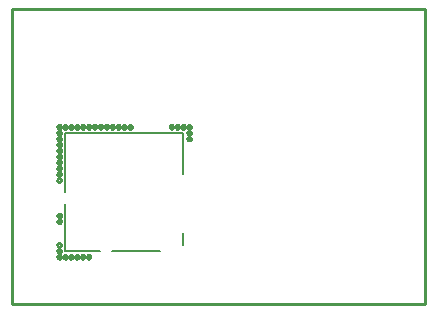
<source format=gbr>
G04 EAGLE Gerber X2 export*
%TF.Part,Single*%
%TF.FileFunction,Vcut*%
%TF.FilePolarity,Positive*%
%TF.GenerationSoftware,Autodesk,EAGLE,8.6.3*%
%TF.CreationDate,2018-03-01T00:52:03Z*%
G75*
%MOMM*%
%FSLAX34Y34*%
%LPD*%
%AMOC8*
5,1,8,0,0,1.08239X$1,22.5*%
G01*
%ADD10C,0.152400*%
%ADD11C,0.254000*%


D10*
X45000Y145000D02*
X45000Y95000D01*
X45000Y85000D02*
X45000Y45000D01*
X75000Y45000D01*
X85000Y45000D02*
X125000Y45000D01*
X145000Y50000D02*
X145000Y60000D01*
X145000Y110000D02*
X145000Y145000D01*
X45000Y145000D01*
D11*
X0Y0D02*
X350000Y0D01*
X350000Y250000D01*
X0Y250000D01*
X0Y0D01*
X41500Y144852D02*
X41442Y144562D01*
X41329Y144289D01*
X41165Y144044D01*
X40956Y143835D01*
X40711Y143671D01*
X40438Y143558D01*
X40148Y143500D01*
X39852Y143500D01*
X39562Y143558D01*
X39289Y143671D01*
X39044Y143835D01*
X38835Y144044D01*
X38671Y144289D01*
X38558Y144562D01*
X38500Y144852D01*
X38500Y145148D01*
X38558Y145438D01*
X38671Y145711D01*
X38835Y145956D01*
X39044Y146165D01*
X39289Y146329D01*
X39562Y146442D01*
X39852Y146500D01*
X40148Y146500D01*
X40438Y146442D01*
X40711Y146329D01*
X40956Y146165D01*
X41165Y145956D01*
X41329Y145711D01*
X41442Y145438D01*
X41500Y145148D01*
X41500Y144852D01*
X41500Y139852D02*
X41442Y139562D01*
X41329Y139289D01*
X41165Y139044D01*
X40956Y138835D01*
X40711Y138671D01*
X40438Y138558D01*
X40148Y138500D01*
X39852Y138500D01*
X39562Y138558D01*
X39289Y138671D01*
X39044Y138835D01*
X38835Y139044D01*
X38671Y139289D01*
X38558Y139562D01*
X38500Y139852D01*
X38500Y140148D01*
X38558Y140438D01*
X38671Y140711D01*
X38835Y140956D01*
X39044Y141165D01*
X39289Y141329D01*
X39562Y141442D01*
X39852Y141500D01*
X40148Y141500D01*
X40438Y141442D01*
X40711Y141329D01*
X40956Y141165D01*
X41165Y140956D01*
X41329Y140711D01*
X41442Y140438D01*
X41500Y140148D01*
X41500Y139852D01*
X41500Y134852D02*
X41442Y134562D01*
X41329Y134289D01*
X41165Y134044D01*
X40956Y133835D01*
X40711Y133671D01*
X40438Y133558D01*
X40148Y133500D01*
X39852Y133500D01*
X39562Y133558D01*
X39289Y133671D01*
X39044Y133835D01*
X38835Y134044D01*
X38671Y134289D01*
X38558Y134562D01*
X38500Y134852D01*
X38500Y135148D01*
X38558Y135438D01*
X38671Y135711D01*
X38835Y135956D01*
X39044Y136165D01*
X39289Y136329D01*
X39562Y136442D01*
X39852Y136500D01*
X40148Y136500D01*
X40438Y136442D01*
X40711Y136329D01*
X40956Y136165D01*
X41165Y135956D01*
X41329Y135711D01*
X41442Y135438D01*
X41500Y135148D01*
X41500Y134852D01*
X41500Y129852D02*
X41442Y129562D01*
X41329Y129289D01*
X41165Y129044D01*
X40956Y128835D01*
X40711Y128671D01*
X40438Y128558D01*
X40148Y128500D01*
X39852Y128500D01*
X39562Y128558D01*
X39289Y128671D01*
X39044Y128835D01*
X38835Y129044D01*
X38671Y129289D01*
X38558Y129562D01*
X38500Y129852D01*
X38500Y130148D01*
X38558Y130438D01*
X38671Y130711D01*
X38835Y130956D01*
X39044Y131165D01*
X39289Y131329D01*
X39562Y131442D01*
X39852Y131500D01*
X40148Y131500D01*
X40438Y131442D01*
X40711Y131329D01*
X40956Y131165D01*
X41165Y130956D01*
X41329Y130711D01*
X41442Y130438D01*
X41500Y130148D01*
X41500Y129852D01*
X41500Y124852D02*
X41442Y124562D01*
X41329Y124289D01*
X41165Y124044D01*
X40956Y123835D01*
X40711Y123671D01*
X40438Y123558D01*
X40148Y123500D01*
X39852Y123500D01*
X39562Y123558D01*
X39289Y123671D01*
X39044Y123835D01*
X38835Y124044D01*
X38671Y124289D01*
X38558Y124562D01*
X38500Y124852D01*
X38500Y125148D01*
X38558Y125438D01*
X38671Y125711D01*
X38835Y125956D01*
X39044Y126165D01*
X39289Y126329D01*
X39562Y126442D01*
X39852Y126500D01*
X40148Y126500D01*
X40438Y126442D01*
X40711Y126329D01*
X40956Y126165D01*
X41165Y125956D01*
X41329Y125711D01*
X41442Y125438D01*
X41500Y125148D01*
X41500Y124852D01*
X41500Y119852D02*
X41442Y119562D01*
X41329Y119289D01*
X41165Y119044D01*
X40956Y118835D01*
X40711Y118671D01*
X40438Y118558D01*
X40148Y118500D01*
X39852Y118500D01*
X39562Y118558D01*
X39289Y118671D01*
X39044Y118835D01*
X38835Y119044D01*
X38671Y119289D01*
X38558Y119562D01*
X38500Y119852D01*
X38500Y120148D01*
X38558Y120438D01*
X38671Y120711D01*
X38835Y120956D01*
X39044Y121165D01*
X39289Y121329D01*
X39562Y121442D01*
X39852Y121500D01*
X40148Y121500D01*
X40438Y121442D01*
X40711Y121329D01*
X40956Y121165D01*
X41165Y120956D01*
X41329Y120711D01*
X41442Y120438D01*
X41500Y120148D01*
X41500Y119852D01*
X41500Y114852D02*
X41442Y114562D01*
X41329Y114289D01*
X41165Y114044D01*
X40956Y113835D01*
X40711Y113671D01*
X40438Y113558D01*
X40148Y113500D01*
X39852Y113500D01*
X39562Y113558D01*
X39289Y113671D01*
X39044Y113835D01*
X38835Y114044D01*
X38671Y114289D01*
X38558Y114562D01*
X38500Y114852D01*
X38500Y115148D01*
X38558Y115438D01*
X38671Y115711D01*
X38835Y115956D01*
X39044Y116165D01*
X39289Y116329D01*
X39562Y116442D01*
X39852Y116500D01*
X40148Y116500D01*
X40438Y116442D01*
X40711Y116329D01*
X40956Y116165D01*
X41165Y115956D01*
X41329Y115711D01*
X41442Y115438D01*
X41500Y115148D01*
X41500Y114852D01*
X41500Y109852D02*
X41442Y109562D01*
X41329Y109289D01*
X41165Y109044D01*
X40956Y108835D01*
X40711Y108671D01*
X40438Y108558D01*
X40148Y108500D01*
X39852Y108500D01*
X39562Y108558D01*
X39289Y108671D01*
X39044Y108835D01*
X38835Y109044D01*
X38671Y109289D01*
X38558Y109562D01*
X38500Y109852D01*
X38500Y110148D01*
X38558Y110438D01*
X38671Y110711D01*
X38835Y110956D01*
X39044Y111165D01*
X39289Y111329D01*
X39562Y111442D01*
X39852Y111500D01*
X40148Y111500D01*
X40438Y111442D01*
X40711Y111329D01*
X40956Y111165D01*
X41165Y110956D01*
X41329Y110711D01*
X41442Y110438D01*
X41500Y110148D01*
X41500Y109852D01*
X41500Y104852D02*
X41442Y104562D01*
X41329Y104289D01*
X41165Y104044D01*
X40956Y103835D01*
X40711Y103671D01*
X40438Y103558D01*
X40148Y103500D01*
X39852Y103500D01*
X39562Y103558D01*
X39289Y103671D01*
X39044Y103835D01*
X38835Y104044D01*
X38671Y104289D01*
X38558Y104562D01*
X38500Y104852D01*
X38500Y105148D01*
X38558Y105438D01*
X38671Y105711D01*
X38835Y105956D01*
X39044Y106165D01*
X39289Y106329D01*
X39562Y106442D01*
X39852Y106500D01*
X40148Y106500D01*
X40438Y106442D01*
X40711Y106329D01*
X40956Y106165D01*
X41165Y105956D01*
X41329Y105711D01*
X41442Y105438D01*
X41500Y105148D01*
X41500Y104852D01*
X41500Y74852D02*
X41442Y74562D01*
X41329Y74289D01*
X41165Y74044D01*
X40956Y73835D01*
X40711Y73671D01*
X40438Y73558D01*
X40148Y73500D01*
X39852Y73500D01*
X39562Y73558D01*
X39289Y73671D01*
X39044Y73835D01*
X38835Y74044D01*
X38671Y74289D01*
X38558Y74562D01*
X38500Y74852D01*
X38500Y75148D01*
X38558Y75438D01*
X38671Y75711D01*
X38835Y75956D01*
X39044Y76165D01*
X39289Y76329D01*
X39562Y76442D01*
X39852Y76500D01*
X40148Y76500D01*
X40438Y76442D01*
X40711Y76329D01*
X40956Y76165D01*
X41165Y75956D01*
X41329Y75711D01*
X41442Y75438D01*
X41500Y75148D01*
X41500Y74852D01*
X41500Y69852D02*
X41442Y69562D01*
X41329Y69289D01*
X41165Y69044D01*
X40956Y68835D01*
X40711Y68671D01*
X40438Y68558D01*
X40148Y68500D01*
X39852Y68500D01*
X39562Y68558D01*
X39289Y68671D01*
X39044Y68835D01*
X38835Y69044D01*
X38671Y69289D01*
X38558Y69562D01*
X38500Y69852D01*
X38500Y70148D01*
X38558Y70438D01*
X38671Y70711D01*
X38835Y70956D01*
X39044Y71165D01*
X39289Y71329D01*
X39562Y71442D01*
X39852Y71500D01*
X40148Y71500D01*
X40438Y71442D01*
X40711Y71329D01*
X40956Y71165D01*
X41165Y70956D01*
X41329Y70711D01*
X41442Y70438D01*
X41500Y70148D01*
X41500Y69852D01*
X41500Y49852D02*
X41442Y49562D01*
X41329Y49289D01*
X41165Y49044D01*
X40956Y48835D01*
X40711Y48671D01*
X40438Y48558D01*
X40148Y48500D01*
X39852Y48500D01*
X39562Y48558D01*
X39289Y48671D01*
X39044Y48835D01*
X38835Y49044D01*
X38671Y49289D01*
X38558Y49562D01*
X38500Y49852D01*
X38500Y50148D01*
X38558Y50438D01*
X38671Y50711D01*
X38835Y50956D01*
X39044Y51165D01*
X39289Y51329D01*
X39562Y51442D01*
X39852Y51500D01*
X40148Y51500D01*
X40438Y51442D01*
X40711Y51329D01*
X40956Y51165D01*
X41165Y50956D01*
X41329Y50711D01*
X41442Y50438D01*
X41500Y50148D01*
X41500Y49852D01*
X41500Y44852D02*
X41442Y44562D01*
X41329Y44289D01*
X41165Y44044D01*
X40956Y43835D01*
X40711Y43671D01*
X40438Y43558D01*
X40148Y43500D01*
X39852Y43500D01*
X39562Y43558D01*
X39289Y43671D01*
X39044Y43835D01*
X38835Y44044D01*
X38671Y44289D01*
X38558Y44562D01*
X38500Y44852D01*
X38500Y45148D01*
X38558Y45438D01*
X38671Y45711D01*
X38835Y45956D01*
X39044Y46165D01*
X39289Y46329D01*
X39562Y46442D01*
X39852Y46500D01*
X40148Y46500D01*
X40438Y46442D01*
X40711Y46329D01*
X40956Y46165D01*
X41165Y45956D01*
X41329Y45711D01*
X41442Y45438D01*
X41500Y45148D01*
X41500Y44852D01*
X41500Y39852D02*
X41442Y39562D01*
X41329Y39289D01*
X41165Y39044D01*
X40956Y38835D01*
X40711Y38671D01*
X40438Y38558D01*
X40148Y38500D01*
X39852Y38500D01*
X39562Y38558D01*
X39289Y38671D01*
X39044Y38835D01*
X38835Y39044D01*
X38671Y39289D01*
X38558Y39562D01*
X38500Y39852D01*
X38500Y40148D01*
X38558Y40438D01*
X38671Y40711D01*
X38835Y40956D01*
X39044Y41165D01*
X39289Y41329D01*
X39562Y41442D01*
X39852Y41500D01*
X40148Y41500D01*
X40438Y41442D01*
X40711Y41329D01*
X40956Y41165D01*
X41165Y40956D01*
X41329Y40711D01*
X41442Y40438D01*
X41500Y40148D01*
X41500Y39852D01*
X46500Y39852D02*
X46442Y39562D01*
X46329Y39289D01*
X46165Y39044D01*
X45956Y38835D01*
X45711Y38671D01*
X45438Y38558D01*
X45148Y38500D01*
X44852Y38500D01*
X44562Y38558D01*
X44289Y38671D01*
X44044Y38835D01*
X43835Y39044D01*
X43671Y39289D01*
X43558Y39562D01*
X43500Y39852D01*
X43500Y40148D01*
X43558Y40438D01*
X43671Y40711D01*
X43835Y40956D01*
X44044Y41165D01*
X44289Y41329D01*
X44562Y41442D01*
X44852Y41500D01*
X45148Y41500D01*
X45438Y41442D01*
X45711Y41329D01*
X45956Y41165D01*
X46165Y40956D01*
X46329Y40711D01*
X46442Y40438D01*
X46500Y40148D01*
X46500Y39852D01*
X51500Y39852D02*
X51442Y39562D01*
X51329Y39289D01*
X51165Y39044D01*
X50956Y38835D01*
X50711Y38671D01*
X50438Y38558D01*
X50148Y38500D01*
X49852Y38500D01*
X49562Y38558D01*
X49289Y38671D01*
X49044Y38835D01*
X48835Y39044D01*
X48671Y39289D01*
X48558Y39562D01*
X48500Y39852D01*
X48500Y40148D01*
X48558Y40438D01*
X48671Y40711D01*
X48835Y40956D01*
X49044Y41165D01*
X49289Y41329D01*
X49562Y41442D01*
X49852Y41500D01*
X50148Y41500D01*
X50438Y41442D01*
X50711Y41329D01*
X50956Y41165D01*
X51165Y40956D01*
X51329Y40711D01*
X51442Y40438D01*
X51500Y40148D01*
X51500Y39852D01*
X56500Y39852D02*
X56442Y39562D01*
X56329Y39289D01*
X56165Y39044D01*
X55956Y38835D01*
X55711Y38671D01*
X55438Y38558D01*
X55148Y38500D01*
X54852Y38500D01*
X54562Y38558D01*
X54289Y38671D01*
X54044Y38835D01*
X53835Y39044D01*
X53671Y39289D01*
X53558Y39562D01*
X53500Y39852D01*
X53500Y40148D01*
X53558Y40438D01*
X53671Y40711D01*
X53835Y40956D01*
X54044Y41165D01*
X54289Y41329D01*
X54562Y41442D01*
X54852Y41500D01*
X55148Y41500D01*
X55438Y41442D01*
X55711Y41329D01*
X55956Y41165D01*
X56165Y40956D01*
X56329Y40711D01*
X56442Y40438D01*
X56500Y40148D01*
X56500Y39852D01*
X61500Y39852D02*
X61442Y39562D01*
X61329Y39289D01*
X61165Y39044D01*
X60956Y38835D01*
X60711Y38671D01*
X60438Y38558D01*
X60148Y38500D01*
X59852Y38500D01*
X59562Y38558D01*
X59289Y38671D01*
X59044Y38835D01*
X58835Y39044D01*
X58671Y39289D01*
X58558Y39562D01*
X58500Y39852D01*
X58500Y40148D01*
X58558Y40438D01*
X58671Y40711D01*
X58835Y40956D01*
X59044Y41165D01*
X59289Y41329D01*
X59562Y41442D01*
X59852Y41500D01*
X60148Y41500D01*
X60438Y41442D01*
X60711Y41329D01*
X60956Y41165D01*
X61165Y40956D01*
X61329Y40711D01*
X61442Y40438D01*
X61500Y40148D01*
X61500Y39852D01*
X66500Y39852D02*
X66442Y39562D01*
X66329Y39289D01*
X66165Y39044D01*
X65956Y38835D01*
X65711Y38671D01*
X65438Y38558D01*
X65148Y38500D01*
X64852Y38500D01*
X64562Y38558D01*
X64289Y38671D01*
X64044Y38835D01*
X63835Y39044D01*
X63671Y39289D01*
X63558Y39562D01*
X63500Y39852D01*
X63500Y40148D01*
X63558Y40438D01*
X63671Y40711D01*
X63835Y40956D01*
X64044Y41165D01*
X64289Y41329D01*
X64562Y41442D01*
X64852Y41500D01*
X65148Y41500D01*
X65438Y41442D01*
X65711Y41329D01*
X65956Y41165D01*
X66165Y40956D01*
X66329Y40711D01*
X66442Y40438D01*
X66500Y40148D01*
X66500Y39852D01*
X41500Y149852D02*
X41442Y149562D01*
X41329Y149289D01*
X41165Y149044D01*
X40956Y148835D01*
X40711Y148671D01*
X40438Y148558D01*
X40148Y148500D01*
X39852Y148500D01*
X39562Y148558D01*
X39289Y148671D01*
X39044Y148835D01*
X38835Y149044D01*
X38671Y149289D01*
X38558Y149562D01*
X38500Y149852D01*
X38500Y150148D01*
X38558Y150438D01*
X38671Y150711D01*
X38835Y150956D01*
X39044Y151165D01*
X39289Y151329D01*
X39562Y151442D01*
X39852Y151500D01*
X40148Y151500D01*
X40438Y151442D01*
X40711Y151329D01*
X40956Y151165D01*
X41165Y150956D01*
X41329Y150711D01*
X41442Y150438D01*
X41500Y150148D01*
X41500Y149852D01*
X46500Y149852D02*
X46442Y149562D01*
X46329Y149289D01*
X46165Y149044D01*
X45956Y148835D01*
X45711Y148671D01*
X45438Y148558D01*
X45148Y148500D01*
X44852Y148500D01*
X44562Y148558D01*
X44289Y148671D01*
X44044Y148835D01*
X43835Y149044D01*
X43671Y149289D01*
X43558Y149562D01*
X43500Y149852D01*
X43500Y150148D01*
X43558Y150438D01*
X43671Y150711D01*
X43835Y150956D01*
X44044Y151165D01*
X44289Y151329D01*
X44562Y151442D01*
X44852Y151500D01*
X45148Y151500D01*
X45438Y151442D01*
X45711Y151329D01*
X45956Y151165D01*
X46165Y150956D01*
X46329Y150711D01*
X46442Y150438D01*
X46500Y150148D01*
X46500Y149852D01*
X51500Y149852D02*
X51442Y149562D01*
X51329Y149289D01*
X51165Y149044D01*
X50956Y148835D01*
X50711Y148671D01*
X50438Y148558D01*
X50148Y148500D01*
X49852Y148500D01*
X49562Y148558D01*
X49289Y148671D01*
X49044Y148835D01*
X48835Y149044D01*
X48671Y149289D01*
X48558Y149562D01*
X48500Y149852D01*
X48500Y150148D01*
X48558Y150438D01*
X48671Y150711D01*
X48835Y150956D01*
X49044Y151165D01*
X49289Y151329D01*
X49562Y151442D01*
X49852Y151500D01*
X50148Y151500D01*
X50438Y151442D01*
X50711Y151329D01*
X50956Y151165D01*
X51165Y150956D01*
X51329Y150711D01*
X51442Y150438D01*
X51500Y150148D01*
X51500Y149852D01*
X56500Y149852D02*
X56442Y149562D01*
X56329Y149289D01*
X56165Y149044D01*
X55956Y148835D01*
X55711Y148671D01*
X55438Y148558D01*
X55148Y148500D01*
X54852Y148500D01*
X54562Y148558D01*
X54289Y148671D01*
X54044Y148835D01*
X53835Y149044D01*
X53671Y149289D01*
X53558Y149562D01*
X53500Y149852D01*
X53500Y150148D01*
X53558Y150438D01*
X53671Y150711D01*
X53835Y150956D01*
X54044Y151165D01*
X54289Y151329D01*
X54562Y151442D01*
X54852Y151500D01*
X55148Y151500D01*
X55438Y151442D01*
X55711Y151329D01*
X55956Y151165D01*
X56165Y150956D01*
X56329Y150711D01*
X56442Y150438D01*
X56500Y150148D01*
X56500Y149852D01*
X61500Y149852D02*
X61442Y149562D01*
X61329Y149289D01*
X61165Y149044D01*
X60956Y148835D01*
X60711Y148671D01*
X60438Y148558D01*
X60148Y148500D01*
X59852Y148500D01*
X59562Y148558D01*
X59289Y148671D01*
X59044Y148835D01*
X58835Y149044D01*
X58671Y149289D01*
X58558Y149562D01*
X58500Y149852D01*
X58500Y150148D01*
X58558Y150438D01*
X58671Y150711D01*
X58835Y150956D01*
X59044Y151165D01*
X59289Y151329D01*
X59562Y151442D01*
X59852Y151500D01*
X60148Y151500D01*
X60438Y151442D01*
X60711Y151329D01*
X60956Y151165D01*
X61165Y150956D01*
X61329Y150711D01*
X61442Y150438D01*
X61500Y150148D01*
X61500Y149852D01*
X66500Y149852D02*
X66442Y149562D01*
X66329Y149289D01*
X66165Y149044D01*
X65956Y148835D01*
X65711Y148671D01*
X65438Y148558D01*
X65148Y148500D01*
X64852Y148500D01*
X64562Y148558D01*
X64289Y148671D01*
X64044Y148835D01*
X63835Y149044D01*
X63671Y149289D01*
X63558Y149562D01*
X63500Y149852D01*
X63500Y150148D01*
X63558Y150438D01*
X63671Y150711D01*
X63835Y150956D01*
X64044Y151165D01*
X64289Y151329D01*
X64562Y151442D01*
X64852Y151500D01*
X65148Y151500D01*
X65438Y151442D01*
X65711Y151329D01*
X65956Y151165D01*
X66165Y150956D01*
X66329Y150711D01*
X66442Y150438D01*
X66500Y150148D01*
X66500Y149852D01*
X71500Y149852D02*
X71442Y149562D01*
X71329Y149289D01*
X71165Y149044D01*
X70956Y148835D01*
X70711Y148671D01*
X70438Y148558D01*
X70148Y148500D01*
X69852Y148500D01*
X69562Y148558D01*
X69289Y148671D01*
X69044Y148835D01*
X68835Y149044D01*
X68671Y149289D01*
X68558Y149562D01*
X68500Y149852D01*
X68500Y150148D01*
X68558Y150438D01*
X68671Y150711D01*
X68835Y150956D01*
X69044Y151165D01*
X69289Y151329D01*
X69562Y151442D01*
X69852Y151500D01*
X70148Y151500D01*
X70438Y151442D01*
X70711Y151329D01*
X70956Y151165D01*
X71165Y150956D01*
X71329Y150711D01*
X71442Y150438D01*
X71500Y150148D01*
X71500Y149852D01*
X76500Y149852D02*
X76442Y149562D01*
X76329Y149289D01*
X76165Y149044D01*
X75956Y148835D01*
X75711Y148671D01*
X75438Y148558D01*
X75148Y148500D01*
X74852Y148500D01*
X74562Y148558D01*
X74289Y148671D01*
X74044Y148835D01*
X73835Y149044D01*
X73671Y149289D01*
X73558Y149562D01*
X73500Y149852D01*
X73500Y150148D01*
X73558Y150438D01*
X73671Y150711D01*
X73835Y150956D01*
X74044Y151165D01*
X74289Y151329D01*
X74562Y151442D01*
X74852Y151500D01*
X75148Y151500D01*
X75438Y151442D01*
X75711Y151329D01*
X75956Y151165D01*
X76165Y150956D01*
X76329Y150711D01*
X76442Y150438D01*
X76500Y150148D01*
X76500Y149852D01*
X81500Y149852D02*
X81442Y149562D01*
X81329Y149289D01*
X81165Y149044D01*
X80956Y148835D01*
X80711Y148671D01*
X80438Y148558D01*
X80148Y148500D01*
X79852Y148500D01*
X79562Y148558D01*
X79289Y148671D01*
X79044Y148835D01*
X78835Y149044D01*
X78671Y149289D01*
X78558Y149562D01*
X78500Y149852D01*
X78500Y150148D01*
X78558Y150438D01*
X78671Y150711D01*
X78835Y150956D01*
X79044Y151165D01*
X79289Y151329D01*
X79562Y151442D01*
X79852Y151500D01*
X80148Y151500D01*
X80438Y151442D01*
X80711Y151329D01*
X80956Y151165D01*
X81165Y150956D01*
X81329Y150711D01*
X81442Y150438D01*
X81500Y150148D01*
X81500Y149852D01*
X86500Y149852D02*
X86442Y149562D01*
X86329Y149289D01*
X86165Y149044D01*
X85956Y148835D01*
X85711Y148671D01*
X85438Y148558D01*
X85148Y148500D01*
X84852Y148500D01*
X84562Y148558D01*
X84289Y148671D01*
X84044Y148835D01*
X83835Y149044D01*
X83671Y149289D01*
X83558Y149562D01*
X83500Y149852D01*
X83500Y150148D01*
X83558Y150438D01*
X83671Y150711D01*
X83835Y150956D01*
X84044Y151165D01*
X84289Y151329D01*
X84562Y151442D01*
X84852Y151500D01*
X85148Y151500D01*
X85438Y151442D01*
X85711Y151329D01*
X85956Y151165D01*
X86165Y150956D01*
X86329Y150711D01*
X86442Y150438D01*
X86500Y150148D01*
X86500Y149852D01*
X91500Y149852D02*
X91442Y149562D01*
X91329Y149289D01*
X91165Y149044D01*
X90956Y148835D01*
X90711Y148671D01*
X90438Y148558D01*
X90148Y148500D01*
X89852Y148500D01*
X89562Y148558D01*
X89289Y148671D01*
X89044Y148835D01*
X88835Y149044D01*
X88671Y149289D01*
X88558Y149562D01*
X88500Y149852D01*
X88500Y150148D01*
X88558Y150438D01*
X88671Y150711D01*
X88835Y150956D01*
X89044Y151165D01*
X89289Y151329D01*
X89562Y151442D01*
X89852Y151500D01*
X90148Y151500D01*
X90438Y151442D01*
X90711Y151329D01*
X90956Y151165D01*
X91165Y150956D01*
X91329Y150711D01*
X91442Y150438D01*
X91500Y150148D01*
X91500Y149852D01*
X96500Y149852D02*
X96442Y149562D01*
X96329Y149289D01*
X96165Y149044D01*
X95956Y148835D01*
X95711Y148671D01*
X95438Y148558D01*
X95148Y148500D01*
X94852Y148500D01*
X94562Y148558D01*
X94289Y148671D01*
X94044Y148835D01*
X93835Y149044D01*
X93671Y149289D01*
X93558Y149562D01*
X93500Y149852D01*
X93500Y150148D01*
X93558Y150438D01*
X93671Y150711D01*
X93835Y150956D01*
X94044Y151165D01*
X94289Y151329D01*
X94562Y151442D01*
X94852Y151500D01*
X95148Y151500D01*
X95438Y151442D01*
X95711Y151329D01*
X95956Y151165D01*
X96165Y150956D01*
X96329Y150711D01*
X96442Y150438D01*
X96500Y150148D01*
X96500Y149852D01*
X101500Y149852D02*
X101442Y149562D01*
X101329Y149289D01*
X101165Y149044D01*
X100956Y148835D01*
X100711Y148671D01*
X100438Y148558D01*
X100148Y148500D01*
X99852Y148500D01*
X99562Y148558D01*
X99289Y148671D01*
X99044Y148835D01*
X98835Y149044D01*
X98671Y149289D01*
X98558Y149562D01*
X98500Y149852D01*
X98500Y150148D01*
X98558Y150438D01*
X98671Y150711D01*
X98835Y150956D01*
X99044Y151165D01*
X99289Y151329D01*
X99562Y151442D01*
X99852Y151500D01*
X100148Y151500D01*
X100438Y151442D01*
X100711Y151329D01*
X100956Y151165D01*
X101165Y150956D01*
X101329Y150711D01*
X101442Y150438D01*
X101500Y150148D01*
X101500Y149852D01*
X136500Y149852D02*
X136442Y149562D01*
X136329Y149289D01*
X136165Y149044D01*
X135956Y148835D01*
X135711Y148671D01*
X135438Y148558D01*
X135148Y148500D01*
X134852Y148500D01*
X134562Y148558D01*
X134289Y148671D01*
X134044Y148835D01*
X133835Y149044D01*
X133671Y149289D01*
X133558Y149562D01*
X133500Y149852D01*
X133500Y150148D01*
X133558Y150438D01*
X133671Y150711D01*
X133835Y150956D01*
X134044Y151165D01*
X134289Y151329D01*
X134562Y151442D01*
X134852Y151500D01*
X135148Y151500D01*
X135438Y151442D01*
X135711Y151329D01*
X135956Y151165D01*
X136165Y150956D01*
X136329Y150711D01*
X136442Y150438D01*
X136500Y150148D01*
X136500Y149852D01*
X141500Y149852D02*
X141442Y149562D01*
X141329Y149289D01*
X141165Y149044D01*
X140956Y148835D01*
X140711Y148671D01*
X140438Y148558D01*
X140148Y148500D01*
X139852Y148500D01*
X139562Y148558D01*
X139289Y148671D01*
X139044Y148835D01*
X138835Y149044D01*
X138671Y149289D01*
X138558Y149562D01*
X138500Y149852D01*
X138500Y150148D01*
X138558Y150438D01*
X138671Y150711D01*
X138835Y150956D01*
X139044Y151165D01*
X139289Y151329D01*
X139562Y151442D01*
X139852Y151500D01*
X140148Y151500D01*
X140438Y151442D01*
X140711Y151329D01*
X140956Y151165D01*
X141165Y150956D01*
X141329Y150711D01*
X141442Y150438D01*
X141500Y150148D01*
X141500Y149852D01*
X146500Y149852D02*
X146442Y149562D01*
X146329Y149289D01*
X146165Y149044D01*
X145956Y148835D01*
X145711Y148671D01*
X145438Y148558D01*
X145148Y148500D01*
X144852Y148500D01*
X144562Y148558D01*
X144289Y148671D01*
X144044Y148835D01*
X143835Y149044D01*
X143671Y149289D01*
X143558Y149562D01*
X143500Y149852D01*
X143500Y150148D01*
X143558Y150438D01*
X143671Y150711D01*
X143835Y150956D01*
X144044Y151165D01*
X144289Y151329D01*
X144562Y151442D01*
X144852Y151500D01*
X145148Y151500D01*
X145438Y151442D01*
X145711Y151329D01*
X145956Y151165D01*
X146165Y150956D01*
X146329Y150711D01*
X146442Y150438D01*
X146500Y150148D01*
X146500Y149852D01*
X151500Y149852D02*
X151442Y149562D01*
X151329Y149289D01*
X151165Y149044D01*
X150956Y148835D01*
X150711Y148671D01*
X150438Y148558D01*
X150148Y148500D01*
X149852Y148500D01*
X149562Y148558D01*
X149289Y148671D01*
X149044Y148835D01*
X148835Y149044D01*
X148671Y149289D01*
X148558Y149562D01*
X148500Y149852D01*
X148500Y150148D01*
X148558Y150438D01*
X148671Y150711D01*
X148835Y150956D01*
X149044Y151165D01*
X149289Y151329D01*
X149562Y151442D01*
X149852Y151500D01*
X150148Y151500D01*
X150438Y151442D01*
X150711Y151329D01*
X150956Y151165D01*
X151165Y150956D01*
X151329Y150711D01*
X151442Y150438D01*
X151500Y150148D01*
X151500Y149852D01*
X151500Y144852D02*
X151442Y144562D01*
X151329Y144289D01*
X151165Y144044D01*
X150956Y143835D01*
X150711Y143671D01*
X150438Y143558D01*
X150148Y143500D01*
X149852Y143500D01*
X149562Y143558D01*
X149289Y143671D01*
X149044Y143835D01*
X148835Y144044D01*
X148671Y144289D01*
X148558Y144562D01*
X148500Y144852D01*
X148500Y145148D01*
X148558Y145438D01*
X148671Y145711D01*
X148835Y145956D01*
X149044Y146165D01*
X149289Y146329D01*
X149562Y146442D01*
X149852Y146500D01*
X150148Y146500D01*
X150438Y146442D01*
X150711Y146329D01*
X150956Y146165D01*
X151165Y145956D01*
X151329Y145711D01*
X151442Y145438D01*
X151500Y145148D01*
X151500Y144852D01*
X151500Y139852D02*
X151442Y139562D01*
X151329Y139289D01*
X151165Y139044D01*
X150956Y138835D01*
X150711Y138671D01*
X150438Y138558D01*
X150148Y138500D01*
X149852Y138500D01*
X149562Y138558D01*
X149289Y138671D01*
X149044Y138835D01*
X148835Y139044D01*
X148671Y139289D01*
X148558Y139562D01*
X148500Y139852D01*
X148500Y140148D01*
X148558Y140438D01*
X148671Y140711D01*
X148835Y140956D01*
X149044Y141165D01*
X149289Y141329D01*
X149562Y141442D01*
X149852Y141500D01*
X150148Y141500D01*
X150438Y141442D01*
X150711Y141329D01*
X150956Y141165D01*
X151165Y140956D01*
X151329Y140711D01*
X151442Y140438D01*
X151500Y140148D01*
X151500Y139852D01*
X41500Y144852D02*
X41442Y144562D01*
X41329Y144289D01*
X41165Y144044D01*
X40956Y143835D01*
X40711Y143671D01*
X40438Y143558D01*
X40148Y143500D01*
X39852Y143500D01*
X39562Y143558D01*
X39289Y143671D01*
X39044Y143835D01*
X38835Y144044D01*
X38671Y144289D01*
X38558Y144562D01*
X38500Y144852D01*
X38500Y145148D01*
X38558Y145438D01*
X38671Y145711D01*
X38835Y145956D01*
X39044Y146165D01*
X39289Y146329D01*
X39562Y146442D01*
X39852Y146500D01*
X40148Y146500D01*
X40438Y146442D01*
X40711Y146329D01*
X40956Y146165D01*
X41165Y145956D01*
X41329Y145711D01*
X41442Y145438D01*
X41500Y145148D01*
X41500Y144852D01*
X41500Y139852D02*
X41442Y139562D01*
X41329Y139289D01*
X41165Y139044D01*
X40956Y138835D01*
X40711Y138671D01*
X40438Y138558D01*
X40148Y138500D01*
X39852Y138500D01*
X39562Y138558D01*
X39289Y138671D01*
X39044Y138835D01*
X38835Y139044D01*
X38671Y139289D01*
X38558Y139562D01*
X38500Y139852D01*
X38500Y140148D01*
X38558Y140438D01*
X38671Y140711D01*
X38835Y140956D01*
X39044Y141165D01*
X39289Y141329D01*
X39562Y141442D01*
X39852Y141500D01*
X40148Y141500D01*
X40438Y141442D01*
X40711Y141329D01*
X40956Y141165D01*
X41165Y140956D01*
X41329Y140711D01*
X41442Y140438D01*
X41500Y140148D01*
X41500Y139852D01*
X41500Y134852D02*
X41442Y134562D01*
X41329Y134289D01*
X41165Y134044D01*
X40956Y133835D01*
X40711Y133671D01*
X40438Y133558D01*
X40148Y133500D01*
X39852Y133500D01*
X39562Y133558D01*
X39289Y133671D01*
X39044Y133835D01*
X38835Y134044D01*
X38671Y134289D01*
X38558Y134562D01*
X38500Y134852D01*
X38500Y135148D01*
X38558Y135438D01*
X38671Y135711D01*
X38835Y135956D01*
X39044Y136165D01*
X39289Y136329D01*
X39562Y136442D01*
X39852Y136500D01*
X40148Y136500D01*
X40438Y136442D01*
X40711Y136329D01*
X40956Y136165D01*
X41165Y135956D01*
X41329Y135711D01*
X41442Y135438D01*
X41500Y135148D01*
X41500Y134852D01*
X41500Y129852D02*
X41442Y129562D01*
X41329Y129289D01*
X41165Y129044D01*
X40956Y128835D01*
X40711Y128671D01*
X40438Y128558D01*
X40148Y128500D01*
X39852Y128500D01*
X39562Y128558D01*
X39289Y128671D01*
X39044Y128835D01*
X38835Y129044D01*
X38671Y129289D01*
X38558Y129562D01*
X38500Y129852D01*
X38500Y130148D01*
X38558Y130438D01*
X38671Y130711D01*
X38835Y130956D01*
X39044Y131165D01*
X39289Y131329D01*
X39562Y131442D01*
X39852Y131500D01*
X40148Y131500D01*
X40438Y131442D01*
X40711Y131329D01*
X40956Y131165D01*
X41165Y130956D01*
X41329Y130711D01*
X41442Y130438D01*
X41500Y130148D01*
X41500Y129852D01*
X41500Y124852D02*
X41442Y124562D01*
X41329Y124289D01*
X41165Y124044D01*
X40956Y123835D01*
X40711Y123671D01*
X40438Y123558D01*
X40148Y123500D01*
X39852Y123500D01*
X39562Y123558D01*
X39289Y123671D01*
X39044Y123835D01*
X38835Y124044D01*
X38671Y124289D01*
X38558Y124562D01*
X38500Y124852D01*
X38500Y125148D01*
X38558Y125438D01*
X38671Y125711D01*
X38835Y125956D01*
X39044Y126165D01*
X39289Y126329D01*
X39562Y126442D01*
X39852Y126500D01*
X40148Y126500D01*
X40438Y126442D01*
X40711Y126329D01*
X40956Y126165D01*
X41165Y125956D01*
X41329Y125711D01*
X41442Y125438D01*
X41500Y125148D01*
X41500Y124852D01*
X41500Y119852D02*
X41442Y119562D01*
X41329Y119289D01*
X41165Y119044D01*
X40956Y118835D01*
X40711Y118671D01*
X40438Y118558D01*
X40148Y118500D01*
X39852Y118500D01*
X39562Y118558D01*
X39289Y118671D01*
X39044Y118835D01*
X38835Y119044D01*
X38671Y119289D01*
X38558Y119562D01*
X38500Y119852D01*
X38500Y120148D01*
X38558Y120438D01*
X38671Y120711D01*
X38835Y120956D01*
X39044Y121165D01*
X39289Y121329D01*
X39562Y121442D01*
X39852Y121500D01*
X40148Y121500D01*
X40438Y121442D01*
X40711Y121329D01*
X40956Y121165D01*
X41165Y120956D01*
X41329Y120711D01*
X41442Y120438D01*
X41500Y120148D01*
X41500Y119852D01*
X41500Y114852D02*
X41442Y114562D01*
X41329Y114289D01*
X41165Y114044D01*
X40956Y113835D01*
X40711Y113671D01*
X40438Y113558D01*
X40148Y113500D01*
X39852Y113500D01*
X39562Y113558D01*
X39289Y113671D01*
X39044Y113835D01*
X38835Y114044D01*
X38671Y114289D01*
X38558Y114562D01*
X38500Y114852D01*
X38500Y115148D01*
X38558Y115438D01*
X38671Y115711D01*
X38835Y115956D01*
X39044Y116165D01*
X39289Y116329D01*
X39562Y116442D01*
X39852Y116500D01*
X40148Y116500D01*
X40438Y116442D01*
X40711Y116329D01*
X40956Y116165D01*
X41165Y115956D01*
X41329Y115711D01*
X41442Y115438D01*
X41500Y115148D01*
X41500Y114852D01*
X41500Y109852D02*
X41442Y109562D01*
X41329Y109289D01*
X41165Y109044D01*
X40956Y108835D01*
X40711Y108671D01*
X40438Y108558D01*
X40148Y108500D01*
X39852Y108500D01*
X39562Y108558D01*
X39289Y108671D01*
X39044Y108835D01*
X38835Y109044D01*
X38671Y109289D01*
X38558Y109562D01*
X38500Y109852D01*
X38500Y110148D01*
X38558Y110438D01*
X38671Y110711D01*
X38835Y110956D01*
X39044Y111165D01*
X39289Y111329D01*
X39562Y111442D01*
X39852Y111500D01*
X40148Y111500D01*
X40438Y111442D01*
X40711Y111329D01*
X40956Y111165D01*
X41165Y110956D01*
X41329Y110711D01*
X41442Y110438D01*
X41500Y110148D01*
X41500Y109852D01*
X41500Y104852D02*
X41442Y104562D01*
X41329Y104289D01*
X41165Y104044D01*
X40956Y103835D01*
X40711Y103671D01*
X40438Y103558D01*
X40148Y103500D01*
X39852Y103500D01*
X39562Y103558D01*
X39289Y103671D01*
X39044Y103835D01*
X38835Y104044D01*
X38671Y104289D01*
X38558Y104562D01*
X38500Y104852D01*
X38500Y105148D01*
X38558Y105438D01*
X38671Y105711D01*
X38835Y105956D01*
X39044Y106165D01*
X39289Y106329D01*
X39562Y106442D01*
X39852Y106500D01*
X40148Y106500D01*
X40438Y106442D01*
X40711Y106329D01*
X40956Y106165D01*
X41165Y105956D01*
X41329Y105711D01*
X41442Y105438D01*
X41500Y105148D01*
X41500Y104852D01*
X41500Y74852D02*
X41442Y74562D01*
X41329Y74289D01*
X41165Y74044D01*
X40956Y73835D01*
X40711Y73671D01*
X40438Y73558D01*
X40148Y73500D01*
X39852Y73500D01*
X39562Y73558D01*
X39289Y73671D01*
X39044Y73835D01*
X38835Y74044D01*
X38671Y74289D01*
X38558Y74562D01*
X38500Y74852D01*
X38500Y75148D01*
X38558Y75438D01*
X38671Y75711D01*
X38835Y75956D01*
X39044Y76165D01*
X39289Y76329D01*
X39562Y76442D01*
X39852Y76500D01*
X40148Y76500D01*
X40438Y76442D01*
X40711Y76329D01*
X40956Y76165D01*
X41165Y75956D01*
X41329Y75711D01*
X41442Y75438D01*
X41500Y75148D01*
X41500Y74852D01*
X41500Y69852D02*
X41442Y69562D01*
X41329Y69289D01*
X41165Y69044D01*
X40956Y68835D01*
X40711Y68671D01*
X40438Y68558D01*
X40148Y68500D01*
X39852Y68500D01*
X39562Y68558D01*
X39289Y68671D01*
X39044Y68835D01*
X38835Y69044D01*
X38671Y69289D01*
X38558Y69562D01*
X38500Y69852D01*
X38500Y70148D01*
X38558Y70438D01*
X38671Y70711D01*
X38835Y70956D01*
X39044Y71165D01*
X39289Y71329D01*
X39562Y71442D01*
X39852Y71500D01*
X40148Y71500D01*
X40438Y71442D01*
X40711Y71329D01*
X40956Y71165D01*
X41165Y70956D01*
X41329Y70711D01*
X41442Y70438D01*
X41500Y70148D01*
X41500Y69852D01*
X41500Y49852D02*
X41442Y49562D01*
X41329Y49289D01*
X41165Y49044D01*
X40956Y48835D01*
X40711Y48671D01*
X40438Y48558D01*
X40148Y48500D01*
X39852Y48500D01*
X39562Y48558D01*
X39289Y48671D01*
X39044Y48835D01*
X38835Y49044D01*
X38671Y49289D01*
X38558Y49562D01*
X38500Y49852D01*
X38500Y50148D01*
X38558Y50438D01*
X38671Y50711D01*
X38835Y50956D01*
X39044Y51165D01*
X39289Y51329D01*
X39562Y51442D01*
X39852Y51500D01*
X40148Y51500D01*
X40438Y51442D01*
X40711Y51329D01*
X40956Y51165D01*
X41165Y50956D01*
X41329Y50711D01*
X41442Y50438D01*
X41500Y50148D01*
X41500Y49852D01*
X41500Y44852D02*
X41442Y44562D01*
X41329Y44289D01*
X41165Y44044D01*
X40956Y43835D01*
X40711Y43671D01*
X40438Y43558D01*
X40148Y43500D01*
X39852Y43500D01*
X39562Y43558D01*
X39289Y43671D01*
X39044Y43835D01*
X38835Y44044D01*
X38671Y44289D01*
X38558Y44562D01*
X38500Y44852D01*
X38500Y45148D01*
X38558Y45438D01*
X38671Y45711D01*
X38835Y45956D01*
X39044Y46165D01*
X39289Y46329D01*
X39562Y46442D01*
X39852Y46500D01*
X40148Y46500D01*
X40438Y46442D01*
X40711Y46329D01*
X40956Y46165D01*
X41165Y45956D01*
X41329Y45711D01*
X41442Y45438D01*
X41500Y45148D01*
X41500Y44852D01*
X41500Y39852D02*
X41442Y39562D01*
X41329Y39289D01*
X41165Y39044D01*
X40956Y38835D01*
X40711Y38671D01*
X40438Y38558D01*
X40148Y38500D01*
X39852Y38500D01*
X39562Y38558D01*
X39289Y38671D01*
X39044Y38835D01*
X38835Y39044D01*
X38671Y39289D01*
X38558Y39562D01*
X38500Y39852D01*
X38500Y40148D01*
X38558Y40438D01*
X38671Y40711D01*
X38835Y40956D01*
X39044Y41165D01*
X39289Y41329D01*
X39562Y41442D01*
X39852Y41500D01*
X40148Y41500D01*
X40438Y41442D01*
X40711Y41329D01*
X40956Y41165D01*
X41165Y40956D01*
X41329Y40711D01*
X41442Y40438D01*
X41500Y40148D01*
X41500Y39852D01*
X46500Y39852D02*
X46442Y39562D01*
X46329Y39289D01*
X46165Y39044D01*
X45956Y38835D01*
X45711Y38671D01*
X45438Y38558D01*
X45148Y38500D01*
X44852Y38500D01*
X44562Y38558D01*
X44289Y38671D01*
X44044Y38835D01*
X43835Y39044D01*
X43671Y39289D01*
X43558Y39562D01*
X43500Y39852D01*
X43500Y40148D01*
X43558Y40438D01*
X43671Y40711D01*
X43835Y40956D01*
X44044Y41165D01*
X44289Y41329D01*
X44562Y41442D01*
X44852Y41500D01*
X45148Y41500D01*
X45438Y41442D01*
X45711Y41329D01*
X45956Y41165D01*
X46165Y40956D01*
X46329Y40711D01*
X46442Y40438D01*
X46500Y40148D01*
X46500Y39852D01*
X51500Y39852D02*
X51442Y39562D01*
X51329Y39289D01*
X51165Y39044D01*
X50956Y38835D01*
X50711Y38671D01*
X50438Y38558D01*
X50148Y38500D01*
X49852Y38500D01*
X49562Y38558D01*
X49289Y38671D01*
X49044Y38835D01*
X48835Y39044D01*
X48671Y39289D01*
X48558Y39562D01*
X48500Y39852D01*
X48500Y40148D01*
X48558Y40438D01*
X48671Y40711D01*
X48835Y40956D01*
X49044Y41165D01*
X49289Y41329D01*
X49562Y41442D01*
X49852Y41500D01*
X50148Y41500D01*
X50438Y41442D01*
X50711Y41329D01*
X50956Y41165D01*
X51165Y40956D01*
X51329Y40711D01*
X51442Y40438D01*
X51500Y40148D01*
X51500Y39852D01*
X56500Y39852D02*
X56442Y39562D01*
X56329Y39289D01*
X56165Y39044D01*
X55956Y38835D01*
X55711Y38671D01*
X55438Y38558D01*
X55148Y38500D01*
X54852Y38500D01*
X54562Y38558D01*
X54289Y38671D01*
X54044Y38835D01*
X53835Y39044D01*
X53671Y39289D01*
X53558Y39562D01*
X53500Y39852D01*
X53500Y40148D01*
X53558Y40438D01*
X53671Y40711D01*
X53835Y40956D01*
X54044Y41165D01*
X54289Y41329D01*
X54562Y41442D01*
X54852Y41500D01*
X55148Y41500D01*
X55438Y41442D01*
X55711Y41329D01*
X55956Y41165D01*
X56165Y40956D01*
X56329Y40711D01*
X56442Y40438D01*
X56500Y40148D01*
X56500Y39852D01*
X61500Y39852D02*
X61442Y39562D01*
X61329Y39289D01*
X61165Y39044D01*
X60956Y38835D01*
X60711Y38671D01*
X60438Y38558D01*
X60148Y38500D01*
X59852Y38500D01*
X59562Y38558D01*
X59289Y38671D01*
X59044Y38835D01*
X58835Y39044D01*
X58671Y39289D01*
X58558Y39562D01*
X58500Y39852D01*
X58500Y40148D01*
X58558Y40438D01*
X58671Y40711D01*
X58835Y40956D01*
X59044Y41165D01*
X59289Y41329D01*
X59562Y41442D01*
X59852Y41500D01*
X60148Y41500D01*
X60438Y41442D01*
X60711Y41329D01*
X60956Y41165D01*
X61165Y40956D01*
X61329Y40711D01*
X61442Y40438D01*
X61500Y40148D01*
X61500Y39852D01*
X66500Y39852D02*
X66442Y39562D01*
X66329Y39289D01*
X66165Y39044D01*
X65956Y38835D01*
X65711Y38671D01*
X65438Y38558D01*
X65148Y38500D01*
X64852Y38500D01*
X64562Y38558D01*
X64289Y38671D01*
X64044Y38835D01*
X63835Y39044D01*
X63671Y39289D01*
X63558Y39562D01*
X63500Y39852D01*
X63500Y40148D01*
X63558Y40438D01*
X63671Y40711D01*
X63835Y40956D01*
X64044Y41165D01*
X64289Y41329D01*
X64562Y41442D01*
X64852Y41500D01*
X65148Y41500D01*
X65438Y41442D01*
X65711Y41329D01*
X65956Y41165D01*
X66165Y40956D01*
X66329Y40711D01*
X66442Y40438D01*
X66500Y40148D01*
X66500Y39852D01*
X41500Y149852D02*
X41442Y149562D01*
X41329Y149289D01*
X41165Y149044D01*
X40956Y148835D01*
X40711Y148671D01*
X40438Y148558D01*
X40148Y148500D01*
X39852Y148500D01*
X39562Y148558D01*
X39289Y148671D01*
X39044Y148835D01*
X38835Y149044D01*
X38671Y149289D01*
X38558Y149562D01*
X38500Y149852D01*
X38500Y150148D01*
X38558Y150438D01*
X38671Y150711D01*
X38835Y150956D01*
X39044Y151165D01*
X39289Y151329D01*
X39562Y151442D01*
X39852Y151500D01*
X40148Y151500D01*
X40438Y151442D01*
X40711Y151329D01*
X40956Y151165D01*
X41165Y150956D01*
X41329Y150711D01*
X41442Y150438D01*
X41500Y150148D01*
X41500Y149852D01*
X46500Y149852D02*
X46442Y149562D01*
X46329Y149289D01*
X46165Y149044D01*
X45956Y148835D01*
X45711Y148671D01*
X45438Y148558D01*
X45148Y148500D01*
X44852Y148500D01*
X44562Y148558D01*
X44289Y148671D01*
X44044Y148835D01*
X43835Y149044D01*
X43671Y149289D01*
X43558Y149562D01*
X43500Y149852D01*
X43500Y150148D01*
X43558Y150438D01*
X43671Y150711D01*
X43835Y150956D01*
X44044Y151165D01*
X44289Y151329D01*
X44562Y151442D01*
X44852Y151500D01*
X45148Y151500D01*
X45438Y151442D01*
X45711Y151329D01*
X45956Y151165D01*
X46165Y150956D01*
X46329Y150711D01*
X46442Y150438D01*
X46500Y150148D01*
X46500Y149852D01*
X51500Y149852D02*
X51442Y149562D01*
X51329Y149289D01*
X51165Y149044D01*
X50956Y148835D01*
X50711Y148671D01*
X50438Y148558D01*
X50148Y148500D01*
X49852Y148500D01*
X49562Y148558D01*
X49289Y148671D01*
X49044Y148835D01*
X48835Y149044D01*
X48671Y149289D01*
X48558Y149562D01*
X48500Y149852D01*
X48500Y150148D01*
X48558Y150438D01*
X48671Y150711D01*
X48835Y150956D01*
X49044Y151165D01*
X49289Y151329D01*
X49562Y151442D01*
X49852Y151500D01*
X50148Y151500D01*
X50438Y151442D01*
X50711Y151329D01*
X50956Y151165D01*
X51165Y150956D01*
X51329Y150711D01*
X51442Y150438D01*
X51500Y150148D01*
X51500Y149852D01*
X56500Y149852D02*
X56442Y149562D01*
X56329Y149289D01*
X56165Y149044D01*
X55956Y148835D01*
X55711Y148671D01*
X55438Y148558D01*
X55148Y148500D01*
X54852Y148500D01*
X54562Y148558D01*
X54289Y148671D01*
X54044Y148835D01*
X53835Y149044D01*
X53671Y149289D01*
X53558Y149562D01*
X53500Y149852D01*
X53500Y150148D01*
X53558Y150438D01*
X53671Y150711D01*
X53835Y150956D01*
X54044Y151165D01*
X54289Y151329D01*
X54562Y151442D01*
X54852Y151500D01*
X55148Y151500D01*
X55438Y151442D01*
X55711Y151329D01*
X55956Y151165D01*
X56165Y150956D01*
X56329Y150711D01*
X56442Y150438D01*
X56500Y150148D01*
X56500Y149852D01*
X61500Y149852D02*
X61442Y149562D01*
X61329Y149289D01*
X61165Y149044D01*
X60956Y148835D01*
X60711Y148671D01*
X60438Y148558D01*
X60148Y148500D01*
X59852Y148500D01*
X59562Y148558D01*
X59289Y148671D01*
X59044Y148835D01*
X58835Y149044D01*
X58671Y149289D01*
X58558Y149562D01*
X58500Y149852D01*
X58500Y150148D01*
X58558Y150438D01*
X58671Y150711D01*
X58835Y150956D01*
X59044Y151165D01*
X59289Y151329D01*
X59562Y151442D01*
X59852Y151500D01*
X60148Y151500D01*
X60438Y151442D01*
X60711Y151329D01*
X60956Y151165D01*
X61165Y150956D01*
X61329Y150711D01*
X61442Y150438D01*
X61500Y150148D01*
X61500Y149852D01*
X66500Y149852D02*
X66442Y149562D01*
X66329Y149289D01*
X66165Y149044D01*
X65956Y148835D01*
X65711Y148671D01*
X65438Y148558D01*
X65148Y148500D01*
X64852Y148500D01*
X64562Y148558D01*
X64289Y148671D01*
X64044Y148835D01*
X63835Y149044D01*
X63671Y149289D01*
X63558Y149562D01*
X63500Y149852D01*
X63500Y150148D01*
X63558Y150438D01*
X63671Y150711D01*
X63835Y150956D01*
X64044Y151165D01*
X64289Y151329D01*
X64562Y151442D01*
X64852Y151500D01*
X65148Y151500D01*
X65438Y151442D01*
X65711Y151329D01*
X65956Y151165D01*
X66165Y150956D01*
X66329Y150711D01*
X66442Y150438D01*
X66500Y150148D01*
X66500Y149852D01*
X71500Y149852D02*
X71442Y149562D01*
X71329Y149289D01*
X71165Y149044D01*
X70956Y148835D01*
X70711Y148671D01*
X70438Y148558D01*
X70148Y148500D01*
X69852Y148500D01*
X69562Y148558D01*
X69289Y148671D01*
X69044Y148835D01*
X68835Y149044D01*
X68671Y149289D01*
X68558Y149562D01*
X68500Y149852D01*
X68500Y150148D01*
X68558Y150438D01*
X68671Y150711D01*
X68835Y150956D01*
X69044Y151165D01*
X69289Y151329D01*
X69562Y151442D01*
X69852Y151500D01*
X70148Y151500D01*
X70438Y151442D01*
X70711Y151329D01*
X70956Y151165D01*
X71165Y150956D01*
X71329Y150711D01*
X71442Y150438D01*
X71500Y150148D01*
X71500Y149852D01*
X76500Y149852D02*
X76442Y149562D01*
X76329Y149289D01*
X76165Y149044D01*
X75956Y148835D01*
X75711Y148671D01*
X75438Y148558D01*
X75148Y148500D01*
X74852Y148500D01*
X74562Y148558D01*
X74289Y148671D01*
X74044Y148835D01*
X73835Y149044D01*
X73671Y149289D01*
X73558Y149562D01*
X73500Y149852D01*
X73500Y150148D01*
X73558Y150438D01*
X73671Y150711D01*
X73835Y150956D01*
X74044Y151165D01*
X74289Y151329D01*
X74562Y151442D01*
X74852Y151500D01*
X75148Y151500D01*
X75438Y151442D01*
X75711Y151329D01*
X75956Y151165D01*
X76165Y150956D01*
X76329Y150711D01*
X76442Y150438D01*
X76500Y150148D01*
X76500Y149852D01*
X81500Y149852D02*
X81442Y149562D01*
X81329Y149289D01*
X81165Y149044D01*
X80956Y148835D01*
X80711Y148671D01*
X80438Y148558D01*
X80148Y148500D01*
X79852Y148500D01*
X79562Y148558D01*
X79289Y148671D01*
X79044Y148835D01*
X78835Y149044D01*
X78671Y149289D01*
X78558Y149562D01*
X78500Y149852D01*
X78500Y150148D01*
X78558Y150438D01*
X78671Y150711D01*
X78835Y150956D01*
X79044Y151165D01*
X79289Y151329D01*
X79562Y151442D01*
X79852Y151500D01*
X80148Y151500D01*
X80438Y151442D01*
X80711Y151329D01*
X80956Y151165D01*
X81165Y150956D01*
X81329Y150711D01*
X81442Y150438D01*
X81500Y150148D01*
X81500Y149852D01*
X86500Y149852D02*
X86442Y149562D01*
X86329Y149289D01*
X86165Y149044D01*
X85956Y148835D01*
X85711Y148671D01*
X85438Y148558D01*
X85148Y148500D01*
X84852Y148500D01*
X84562Y148558D01*
X84289Y148671D01*
X84044Y148835D01*
X83835Y149044D01*
X83671Y149289D01*
X83558Y149562D01*
X83500Y149852D01*
X83500Y150148D01*
X83558Y150438D01*
X83671Y150711D01*
X83835Y150956D01*
X84044Y151165D01*
X84289Y151329D01*
X84562Y151442D01*
X84852Y151500D01*
X85148Y151500D01*
X85438Y151442D01*
X85711Y151329D01*
X85956Y151165D01*
X86165Y150956D01*
X86329Y150711D01*
X86442Y150438D01*
X86500Y150148D01*
X86500Y149852D01*
X91500Y149852D02*
X91442Y149562D01*
X91329Y149289D01*
X91165Y149044D01*
X90956Y148835D01*
X90711Y148671D01*
X90438Y148558D01*
X90148Y148500D01*
X89852Y148500D01*
X89562Y148558D01*
X89289Y148671D01*
X89044Y148835D01*
X88835Y149044D01*
X88671Y149289D01*
X88558Y149562D01*
X88500Y149852D01*
X88500Y150148D01*
X88558Y150438D01*
X88671Y150711D01*
X88835Y150956D01*
X89044Y151165D01*
X89289Y151329D01*
X89562Y151442D01*
X89852Y151500D01*
X90148Y151500D01*
X90438Y151442D01*
X90711Y151329D01*
X90956Y151165D01*
X91165Y150956D01*
X91329Y150711D01*
X91442Y150438D01*
X91500Y150148D01*
X91500Y149852D01*
X96500Y149852D02*
X96442Y149562D01*
X96329Y149289D01*
X96165Y149044D01*
X95956Y148835D01*
X95711Y148671D01*
X95438Y148558D01*
X95148Y148500D01*
X94852Y148500D01*
X94562Y148558D01*
X94289Y148671D01*
X94044Y148835D01*
X93835Y149044D01*
X93671Y149289D01*
X93558Y149562D01*
X93500Y149852D01*
X93500Y150148D01*
X93558Y150438D01*
X93671Y150711D01*
X93835Y150956D01*
X94044Y151165D01*
X94289Y151329D01*
X94562Y151442D01*
X94852Y151500D01*
X95148Y151500D01*
X95438Y151442D01*
X95711Y151329D01*
X95956Y151165D01*
X96165Y150956D01*
X96329Y150711D01*
X96442Y150438D01*
X96500Y150148D01*
X96500Y149852D01*
X101500Y149852D02*
X101442Y149562D01*
X101329Y149289D01*
X101165Y149044D01*
X100956Y148835D01*
X100711Y148671D01*
X100438Y148558D01*
X100148Y148500D01*
X99852Y148500D01*
X99562Y148558D01*
X99289Y148671D01*
X99044Y148835D01*
X98835Y149044D01*
X98671Y149289D01*
X98558Y149562D01*
X98500Y149852D01*
X98500Y150148D01*
X98558Y150438D01*
X98671Y150711D01*
X98835Y150956D01*
X99044Y151165D01*
X99289Y151329D01*
X99562Y151442D01*
X99852Y151500D01*
X100148Y151500D01*
X100438Y151442D01*
X100711Y151329D01*
X100956Y151165D01*
X101165Y150956D01*
X101329Y150711D01*
X101442Y150438D01*
X101500Y150148D01*
X101500Y149852D01*
X136500Y149852D02*
X136442Y149562D01*
X136329Y149289D01*
X136165Y149044D01*
X135956Y148835D01*
X135711Y148671D01*
X135438Y148558D01*
X135148Y148500D01*
X134852Y148500D01*
X134562Y148558D01*
X134289Y148671D01*
X134044Y148835D01*
X133835Y149044D01*
X133671Y149289D01*
X133558Y149562D01*
X133500Y149852D01*
X133500Y150148D01*
X133558Y150438D01*
X133671Y150711D01*
X133835Y150956D01*
X134044Y151165D01*
X134289Y151329D01*
X134562Y151442D01*
X134852Y151500D01*
X135148Y151500D01*
X135438Y151442D01*
X135711Y151329D01*
X135956Y151165D01*
X136165Y150956D01*
X136329Y150711D01*
X136442Y150438D01*
X136500Y150148D01*
X136500Y149852D01*
X141500Y149852D02*
X141442Y149562D01*
X141329Y149289D01*
X141165Y149044D01*
X140956Y148835D01*
X140711Y148671D01*
X140438Y148558D01*
X140148Y148500D01*
X139852Y148500D01*
X139562Y148558D01*
X139289Y148671D01*
X139044Y148835D01*
X138835Y149044D01*
X138671Y149289D01*
X138558Y149562D01*
X138500Y149852D01*
X138500Y150148D01*
X138558Y150438D01*
X138671Y150711D01*
X138835Y150956D01*
X139044Y151165D01*
X139289Y151329D01*
X139562Y151442D01*
X139852Y151500D01*
X140148Y151500D01*
X140438Y151442D01*
X140711Y151329D01*
X140956Y151165D01*
X141165Y150956D01*
X141329Y150711D01*
X141442Y150438D01*
X141500Y150148D01*
X141500Y149852D01*
X146500Y149852D02*
X146442Y149562D01*
X146329Y149289D01*
X146165Y149044D01*
X145956Y148835D01*
X145711Y148671D01*
X145438Y148558D01*
X145148Y148500D01*
X144852Y148500D01*
X144562Y148558D01*
X144289Y148671D01*
X144044Y148835D01*
X143835Y149044D01*
X143671Y149289D01*
X143558Y149562D01*
X143500Y149852D01*
X143500Y150148D01*
X143558Y150438D01*
X143671Y150711D01*
X143835Y150956D01*
X144044Y151165D01*
X144289Y151329D01*
X144562Y151442D01*
X144852Y151500D01*
X145148Y151500D01*
X145438Y151442D01*
X145711Y151329D01*
X145956Y151165D01*
X146165Y150956D01*
X146329Y150711D01*
X146442Y150438D01*
X146500Y150148D01*
X146500Y149852D01*
X151500Y149852D02*
X151442Y149562D01*
X151329Y149289D01*
X151165Y149044D01*
X150956Y148835D01*
X150711Y148671D01*
X150438Y148558D01*
X150148Y148500D01*
X149852Y148500D01*
X149562Y148558D01*
X149289Y148671D01*
X149044Y148835D01*
X148835Y149044D01*
X148671Y149289D01*
X148558Y149562D01*
X148500Y149852D01*
X148500Y150148D01*
X148558Y150438D01*
X148671Y150711D01*
X148835Y150956D01*
X149044Y151165D01*
X149289Y151329D01*
X149562Y151442D01*
X149852Y151500D01*
X150148Y151500D01*
X150438Y151442D01*
X150711Y151329D01*
X150956Y151165D01*
X151165Y150956D01*
X151329Y150711D01*
X151442Y150438D01*
X151500Y150148D01*
X151500Y149852D01*
X151500Y144852D02*
X151442Y144562D01*
X151329Y144289D01*
X151165Y144044D01*
X150956Y143835D01*
X150711Y143671D01*
X150438Y143558D01*
X150148Y143500D01*
X149852Y143500D01*
X149562Y143558D01*
X149289Y143671D01*
X149044Y143835D01*
X148835Y144044D01*
X148671Y144289D01*
X148558Y144562D01*
X148500Y144852D01*
X148500Y145148D01*
X148558Y145438D01*
X148671Y145711D01*
X148835Y145956D01*
X149044Y146165D01*
X149289Y146329D01*
X149562Y146442D01*
X149852Y146500D01*
X150148Y146500D01*
X150438Y146442D01*
X150711Y146329D01*
X150956Y146165D01*
X151165Y145956D01*
X151329Y145711D01*
X151442Y145438D01*
X151500Y145148D01*
X151500Y144852D01*
X151500Y139852D02*
X151442Y139562D01*
X151329Y139289D01*
X151165Y139044D01*
X150956Y138835D01*
X150711Y138671D01*
X150438Y138558D01*
X150148Y138500D01*
X149852Y138500D01*
X149562Y138558D01*
X149289Y138671D01*
X149044Y138835D01*
X148835Y139044D01*
X148671Y139289D01*
X148558Y139562D01*
X148500Y139852D01*
X148500Y140148D01*
X148558Y140438D01*
X148671Y140711D01*
X148835Y140956D01*
X149044Y141165D01*
X149289Y141329D01*
X149562Y141442D01*
X149852Y141500D01*
X150148Y141500D01*
X150438Y141442D01*
X150711Y141329D01*
X150956Y141165D01*
X151165Y140956D01*
X151329Y140711D01*
X151442Y140438D01*
X151500Y140148D01*
X151500Y139852D01*
M02*

</source>
